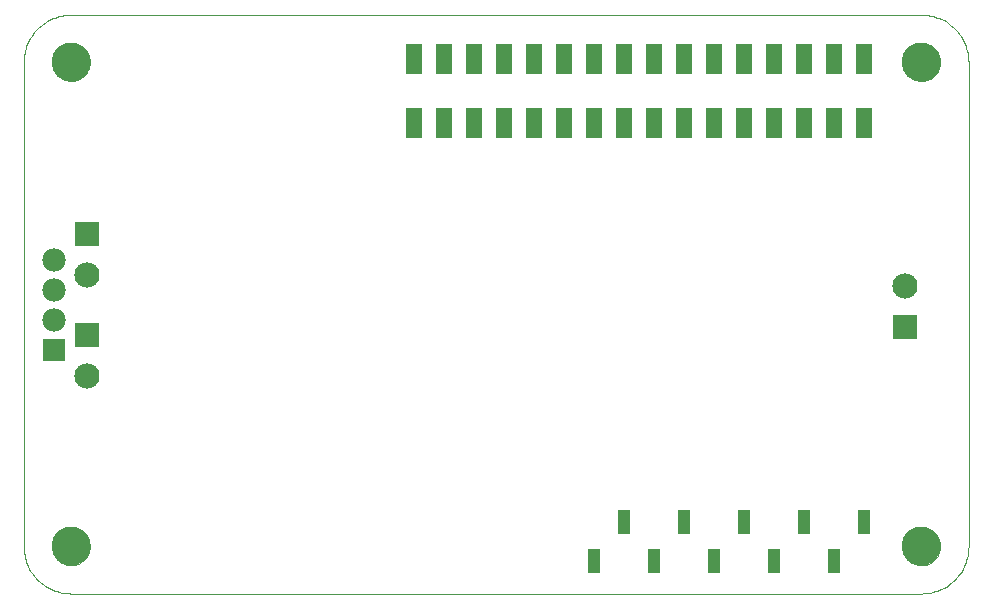
<source format=gbs>
G75*
G70*
%OFA0B0*%
%FSLAX24Y24*%
%IPPOS*%
%LPD*%
%AMOC8*
5,1,8,0,0,1.08239X$1,22.5*
%
%ADD10R,0.0434X0.0827*%
%ADD11R,0.0540X0.1040*%
%ADD12C,0.0000*%
%ADD13C,0.1300*%
%ADD14R,0.0840X0.0840*%
%ADD15C,0.0840*%
%ADD16R,0.0780X0.0780*%
%ADD17C,0.0780*%
D10*
X024418Y001600D03*
X026418Y001600D03*
X028418Y001600D03*
X030418Y001600D03*
X032418Y001600D03*
X031418Y002900D03*
X029418Y002900D03*
X027418Y002900D03*
X025418Y002900D03*
X033418Y002900D03*
D11*
X033418Y016175D03*
X032418Y016175D03*
X031418Y016175D03*
X030418Y016175D03*
X029418Y016175D03*
X028418Y016175D03*
X027418Y016175D03*
X026418Y016175D03*
X025418Y016175D03*
X024418Y016175D03*
X023418Y016175D03*
X022418Y016175D03*
X021418Y016175D03*
X020418Y016175D03*
X019418Y016175D03*
X018418Y016175D03*
X018418Y018325D03*
X019418Y018325D03*
X020418Y018325D03*
X021418Y018325D03*
X022418Y018325D03*
X023418Y018325D03*
X024418Y018325D03*
X025418Y018325D03*
X026418Y018325D03*
X027418Y018325D03*
X028418Y018325D03*
X029418Y018325D03*
X030418Y018325D03*
X031418Y018325D03*
X032418Y018325D03*
X033418Y018325D03*
D12*
X005418Y018217D02*
X005418Y002075D01*
X006363Y002075D02*
X006365Y002125D01*
X006371Y002175D01*
X006381Y002224D01*
X006395Y002272D01*
X006412Y002319D01*
X006433Y002364D01*
X006458Y002408D01*
X006486Y002449D01*
X006518Y002488D01*
X006552Y002525D01*
X006589Y002559D01*
X006629Y002589D01*
X006671Y002616D01*
X006715Y002640D01*
X006761Y002661D01*
X006808Y002677D01*
X006856Y002690D01*
X006906Y002699D01*
X006955Y002704D01*
X007006Y002705D01*
X007056Y002702D01*
X007105Y002695D01*
X007154Y002684D01*
X007202Y002669D01*
X007248Y002651D01*
X007293Y002629D01*
X007336Y002603D01*
X007377Y002574D01*
X007416Y002542D01*
X007452Y002507D01*
X007484Y002469D01*
X007514Y002429D01*
X007541Y002386D01*
X007564Y002342D01*
X007583Y002296D01*
X007599Y002248D01*
X007611Y002199D01*
X007619Y002150D01*
X007623Y002100D01*
X007623Y002050D01*
X007619Y002000D01*
X007611Y001951D01*
X007599Y001902D01*
X007583Y001854D01*
X007564Y001808D01*
X007541Y001764D01*
X007514Y001721D01*
X007484Y001681D01*
X007452Y001643D01*
X007416Y001608D01*
X007377Y001576D01*
X007336Y001547D01*
X007293Y001521D01*
X007248Y001499D01*
X007202Y001481D01*
X007154Y001466D01*
X007105Y001455D01*
X007056Y001448D01*
X007006Y001445D01*
X006955Y001446D01*
X006906Y001451D01*
X006856Y001460D01*
X006808Y001473D01*
X006761Y001489D01*
X006715Y001510D01*
X006671Y001534D01*
X006629Y001561D01*
X006589Y001591D01*
X006552Y001625D01*
X006518Y001662D01*
X006486Y001701D01*
X006458Y001742D01*
X006433Y001786D01*
X006412Y001831D01*
X006395Y001878D01*
X006381Y001926D01*
X006371Y001975D01*
X006365Y002025D01*
X006363Y002075D01*
X005418Y002075D02*
X005420Y001998D01*
X005426Y001921D01*
X005435Y001844D01*
X005448Y001768D01*
X005465Y001692D01*
X005486Y001618D01*
X005510Y001544D01*
X005538Y001472D01*
X005569Y001402D01*
X005604Y001333D01*
X005642Y001265D01*
X005683Y001200D01*
X005728Y001137D01*
X005776Y001076D01*
X005826Y001017D01*
X005879Y000961D01*
X005935Y000908D01*
X005994Y000858D01*
X006055Y000810D01*
X006118Y000765D01*
X006183Y000724D01*
X006251Y000686D01*
X006320Y000651D01*
X006390Y000620D01*
X006462Y000592D01*
X006536Y000568D01*
X006610Y000547D01*
X006686Y000530D01*
X006762Y000517D01*
X006839Y000508D01*
X006916Y000502D01*
X006993Y000500D01*
X035339Y000500D01*
X034709Y002075D02*
X034711Y002125D01*
X034717Y002175D01*
X034727Y002224D01*
X034741Y002272D01*
X034758Y002319D01*
X034779Y002364D01*
X034804Y002408D01*
X034832Y002449D01*
X034864Y002488D01*
X034898Y002525D01*
X034935Y002559D01*
X034975Y002589D01*
X035017Y002616D01*
X035061Y002640D01*
X035107Y002661D01*
X035154Y002677D01*
X035202Y002690D01*
X035252Y002699D01*
X035301Y002704D01*
X035352Y002705D01*
X035402Y002702D01*
X035451Y002695D01*
X035500Y002684D01*
X035548Y002669D01*
X035594Y002651D01*
X035639Y002629D01*
X035682Y002603D01*
X035723Y002574D01*
X035762Y002542D01*
X035798Y002507D01*
X035830Y002469D01*
X035860Y002429D01*
X035887Y002386D01*
X035910Y002342D01*
X035929Y002296D01*
X035945Y002248D01*
X035957Y002199D01*
X035965Y002150D01*
X035969Y002100D01*
X035969Y002050D01*
X035965Y002000D01*
X035957Y001951D01*
X035945Y001902D01*
X035929Y001854D01*
X035910Y001808D01*
X035887Y001764D01*
X035860Y001721D01*
X035830Y001681D01*
X035798Y001643D01*
X035762Y001608D01*
X035723Y001576D01*
X035682Y001547D01*
X035639Y001521D01*
X035594Y001499D01*
X035548Y001481D01*
X035500Y001466D01*
X035451Y001455D01*
X035402Y001448D01*
X035352Y001445D01*
X035301Y001446D01*
X035252Y001451D01*
X035202Y001460D01*
X035154Y001473D01*
X035107Y001489D01*
X035061Y001510D01*
X035017Y001534D01*
X034975Y001561D01*
X034935Y001591D01*
X034898Y001625D01*
X034864Y001662D01*
X034832Y001701D01*
X034804Y001742D01*
X034779Y001786D01*
X034758Y001831D01*
X034741Y001878D01*
X034727Y001926D01*
X034717Y001975D01*
X034711Y002025D01*
X034709Y002075D01*
X035339Y000500D02*
X035416Y000502D01*
X035493Y000508D01*
X035570Y000517D01*
X035646Y000530D01*
X035722Y000547D01*
X035796Y000568D01*
X035870Y000592D01*
X035942Y000620D01*
X036012Y000651D01*
X036081Y000686D01*
X036149Y000724D01*
X036214Y000765D01*
X036277Y000810D01*
X036338Y000858D01*
X036397Y000908D01*
X036453Y000961D01*
X036506Y001017D01*
X036556Y001076D01*
X036604Y001137D01*
X036649Y001200D01*
X036690Y001265D01*
X036728Y001333D01*
X036763Y001402D01*
X036794Y001472D01*
X036822Y001544D01*
X036846Y001618D01*
X036867Y001692D01*
X036884Y001768D01*
X036897Y001844D01*
X036906Y001921D01*
X036912Y001998D01*
X036914Y002075D01*
X036914Y018217D01*
X034709Y018217D02*
X034711Y018267D01*
X034717Y018317D01*
X034727Y018366D01*
X034741Y018414D01*
X034758Y018461D01*
X034779Y018506D01*
X034804Y018550D01*
X034832Y018591D01*
X034864Y018630D01*
X034898Y018667D01*
X034935Y018701D01*
X034975Y018731D01*
X035017Y018758D01*
X035061Y018782D01*
X035107Y018803D01*
X035154Y018819D01*
X035202Y018832D01*
X035252Y018841D01*
X035301Y018846D01*
X035352Y018847D01*
X035402Y018844D01*
X035451Y018837D01*
X035500Y018826D01*
X035548Y018811D01*
X035594Y018793D01*
X035639Y018771D01*
X035682Y018745D01*
X035723Y018716D01*
X035762Y018684D01*
X035798Y018649D01*
X035830Y018611D01*
X035860Y018571D01*
X035887Y018528D01*
X035910Y018484D01*
X035929Y018438D01*
X035945Y018390D01*
X035957Y018341D01*
X035965Y018292D01*
X035969Y018242D01*
X035969Y018192D01*
X035965Y018142D01*
X035957Y018093D01*
X035945Y018044D01*
X035929Y017996D01*
X035910Y017950D01*
X035887Y017906D01*
X035860Y017863D01*
X035830Y017823D01*
X035798Y017785D01*
X035762Y017750D01*
X035723Y017718D01*
X035682Y017689D01*
X035639Y017663D01*
X035594Y017641D01*
X035548Y017623D01*
X035500Y017608D01*
X035451Y017597D01*
X035402Y017590D01*
X035352Y017587D01*
X035301Y017588D01*
X035252Y017593D01*
X035202Y017602D01*
X035154Y017615D01*
X035107Y017631D01*
X035061Y017652D01*
X035017Y017676D01*
X034975Y017703D01*
X034935Y017733D01*
X034898Y017767D01*
X034864Y017804D01*
X034832Y017843D01*
X034804Y017884D01*
X034779Y017928D01*
X034758Y017973D01*
X034741Y018020D01*
X034727Y018068D01*
X034717Y018117D01*
X034711Y018167D01*
X034709Y018217D01*
X035339Y019792D02*
X035416Y019790D01*
X035493Y019784D01*
X035570Y019775D01*
X035646Y019762D01*
X035722Y019745D01*
X035796Y019724D01*
X035870Y019700D01*
X035942Y019672D01*
X036012Y019641D01*
X036081Y019606D01*
X036149Y019568D01*
X036214Y019527D01*
X036277Y019482D01*
X036338Y019434D01*
X036397Y019384D01*
X036453Y019331D01*
X036506Y019275D01*
X036556Y019216D01*
X036604Y019155D01*
X036649Y019092D01*
X036690Y019027D01*
X036728Y018959D01*
X036763Y018890D01*
X036794Y018820D01*
X036822Y018748D01*
X036846Y018674D01*
X036867Y018600D01*
X036884Y018524D01*
X036897Y018448D01*
X036906Y018371D01*
X036912Y018294D01*
X036914Y018217D01*
X035339Y019791D02*
X006993Y019791D01*
X006363Y018217D02*
X006365Y018267D01*
X006371Y018317D01*
X006381Y018366D01*
X006395Y018414D01*
X006412Y018461D01*
X006433Y018506D01*
X006458Y018550D01*
X006486Y018591D01*
X006518Y018630D01*
X006552Y018667D01*
X006589Y018701D01*
X006629Y018731D01*
X006671Y018758D01*
X006715Y018782D01*
X006761Y018803D01*
X006808Y018819D01*
X006856Y018832D01*
X006906Y018841D01*
X006955Y018846D01*
X007006Y018847D01*
X007056Y018844D01*
X007105Y018837D01*
X007154Y018826D01*
X007202Y018811D01*
X007248Y018793D01*
X007293Y018771D01*
X007336Y018745D01*
X007377Y018716D01*
X007416Y018684D01*
X007452Y018649D01*
X007484Y018611D01*
X007514Y018571D01*
X007541Y018528D01*
X007564Y018484D01*
X007583Y018438D01*
X007599Y018390D01*
X007611Y018341D01*
X007619Y018292D01*
X007623Y018242D01*
X007623Y018192D01*
X007619Y018142D01*
X007611Y018093D01*
X007599Y018044D01*
X007583Y017996D01*
X007564Y017950D01*
X007541Y017906D01*
X007514Y017863D01*
X007484Y017823D01*
X007452Y017785D01*
X007416Y017750D01*
X007377Y017718D01*
X007336Y017689D01*
X007293Y017663D01*
X007248Y017641D01*
X007202Y017623D01*
X007154Y017608D01*
X007105Y017597D01*
X007056Y017590D01*
X007006Y017587D01*
X006955Y017588D01*
X006906Y017593D01*
X006856Y017602D01*
X006808Y017615D01*
X006761Y017631D01*
X006715Y017652D01*
X006671Y017676D01*
X006629Y017703D01*
X006589Y017733D01*
X006552Y017767D01*
X006518Y017804D01*
X006486Y017843D01*
X006458Y017884D01*
X006433Y017928D01*
X006412Y017973D01*
X006395Y018020D01*
X006381Y018068D01*
X006371Y018117D01*
X006365Y018167D01*
X006363Y018217D01*
X005418Y018217D02*
X005420Y018294D01*
X005426Y018371D01*
X005435Y018448D01*
X005448Y018524D01*
X005465Y018600D01*
X005486Y018674D01*
X005510Y018748D01*
X005538Y018820D01*
X005569Y018890D01*
X005604Y018959D01*
X005642Y019027D01*
X005683Y019092D01*
X005728Y019155D01*
X005776Y019216D01*
X005826Y019275D01*
X005879Y019331D01*
X005935Y019384D01*
X005994Y019434D01*
X006055Y019482D01*
X006118Y019527D01*
X006183Y019568D01*
X006251Y019606D01*
X006320Y019641D01*
X006390Y019672D01*
X006462Y019700D01*
X006536Y019724D01*
X006610Y019745D01*
X006686Y019762D01*
X006762Y019775D01*
X006839Y019784D01*
X006916Y019790D01*
X006993Y019792D01*
D13*
X006993Y018217D03*
X035339Y018217D03*
X035339Y002075D03*
X006993Y002075D03*
D14*
X007543Y009125D03*
X007543Y012500D03*
X034793Y009375D03*
D15*
X034793Y010753D03*
X007543Y011122D03*
X007543Y007747D03*
D16*
X006418Y008625D03*
D17*
X006418Y009625D03*
X006418Y010625D03*
X006418Y011625D03*
M02*

</source>
